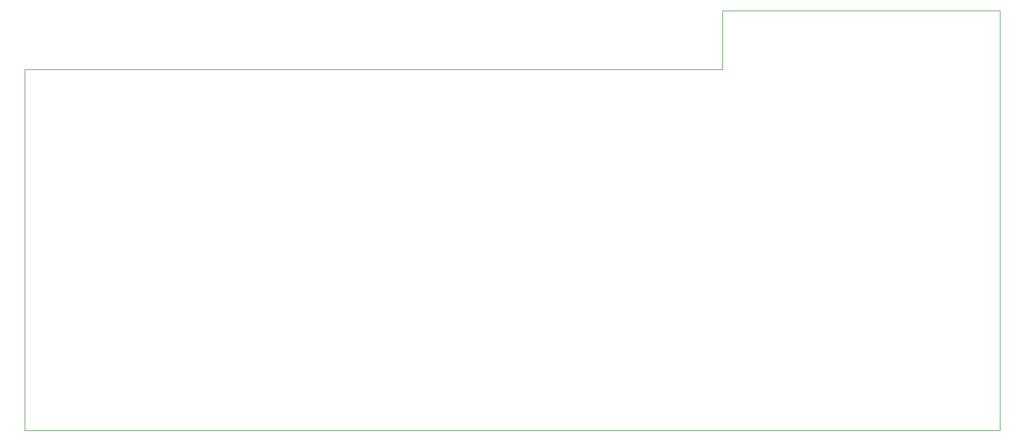
<source format=gm1>
%TF.GenerationSoftware,KiCad,Pcbnew,(5.1.10)-1*%
%TF.CreationDate,2021-12-30T01:37:01+05:30*%
%TF.ProjectId,New,4e65772e-6b69-4636-9164-5f7063625858,Final*%
%TF.SameCoordinates,Original*%
%TF.FileFunction,Profile,NP*%
%FSLAX46Y46*%
G04 Gerber Fmt 4.6, Leading zero omitted, Abs format (unit mm)*
G04 Created by KiCad (PCBNEW (5.1.10)-1) date 2021-12-30 01:37:01*
%MOMM*%
%LPD*%
G01*
G04 APERTURE LIST*
%TA.AperFunction,Profile*%
%ADD10C,0.050000*%
%TD*%
G04 APERTURE END LIST*
D10*
X217170000Y-63500000D02*
X217170000Y-64770000D01*
X175260000Y-63500000D02*
X217170000Y-63500000D01*
X175260000Y-72390000D02*
X175260000Y-63500000D01*
X69850000Y-72390000D02*
X175260000Y-72390000D01*
X69850000Y-127000000D02*
X69850000Y-72390000D01*
X217170000Y-127000000D02*
X69850000Y-127000000D01*
X217170000Y-64770000D02*
X217170000Y-127000000D01*
M02*

</source>
